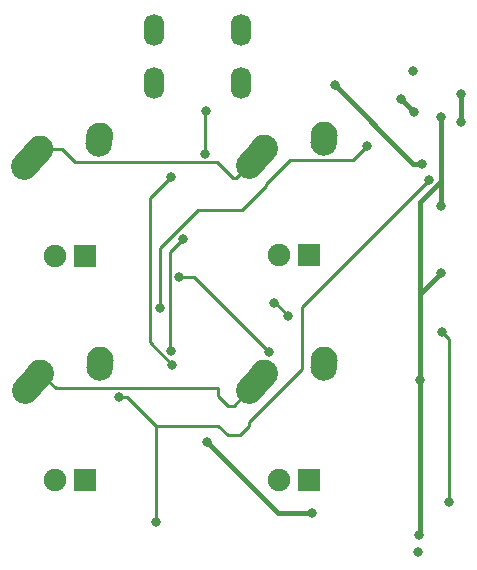
<source format=gbr>
G04 #@! TF.GenerationSoftware,KiCad,Pcbnew,7.0.1*
G04 #@! TF.CreationDate,2023-04-11T18:09:49-04:00*
G04 #@! TF.ProjectId,pikas-pcbs,70696b61-732d-4706-9362-732e6b696361,rev?*
G04 #@! TF.SameCoordinates,Original*
G04 #@! TF.FileFunction,Copper,L1,Top*
G04 #@! TF.FilePolarity,Positive*
%FSLAX46Y46*%
G04 Gerber Fmt 4.6, Leading zero omitted, Abs format (unit mm)*
G04 Created by KiCad (PCBNEW 7.0.1) date 2023-04-11 18:09:49*
%MOMM*%
%LPD*%
G01*
G04 APERTURE LIST*
G04 Aperture macros list*
%AMHorizOval*
0 Thick line with rounded ends*
0 $1 width*
0 $2 $3 position (X,Y) of the first rounded end (center of the circle)*
0 $4 $5 position (X,Y) of the second rounded end (center of the circle)*
0 Add line between two ends*
20,1,$1,$2,$3,$4,$5,0*
0 Add two circle primitives to create the rounded ends*
1,1,$1,$2,$3*
1,1,$1,$4,$5*%
G04 Aperture macros list end*
G04 #@! TA.AperFunction,ComponentPad*
%ADD10HorizOval,2.250000X0.655001X0.730000X-0.655001X-0.730000X0*%
G04 #@! TD*
G04 #@! TA.AperFunction,ComponentPad*
%ADD11C,2.250000*%
G04 #@! TD*
G04 #@! TA.AperFunction,ComponentPad*
%ADD12HorizOval,2.250000X0.020000X0.290000X-0.020000X-0.290000X0*%
G04 #@! TD*
G04 #@! TA.AperFunction,ComponentPad*
%ADD13C,1.905000*%
G04 #@! TD*
G04 #@! TA.AperFunction,ComponentPad*
%ADD14R,1.905000X1.905000*%
G04 #@! TD*
G04 #@! TA.AperFunction,ComponentPad*
%ADD15HorizOval,2.250000X0.655001X0.730000X-0.655001X-0.730000X0*%
G04 #@! TD*
G04 #@! TA.AperFunction,ComponentPad*
%ADD16O,1.700000X2.700000*%
G04 #@! TD*
G04 #@! TA.AperFunction,ViaPad*
%ADD17C,0.800000*%
G04 #@! TD*
G04 #@! TA.AperFunction,Conductor*
%ADD18C,0.254000*%
G04 #@! TD*
G04 #@! TA.AperFunction,Conductor*
%ADD19C,0.381000*%
G04 #@! TD*
G04 APERTURE END LIST*
D10*
X102636001Y-50451000D03*
D11*
X103291000Y-49721000D03*
D12*
X108311000Y-48931000D03*
D11*
X108331000Y-48641000D03*
D13*
X104521000Y-58801000D03*
D14*
X107061000Y-58801000D03*
D15*
X83673001Y-69501000D03*
D11*
X84328000Y-68771000D03*
D12*
X89348000Y-67981000D03*
D11*
X89368000Y-67691000D03*
D13*
X85558000Y-77851000D03*
D14*
X88098000Y-77851000D03*
D10*
X102636001Y-69501000D03*
D11*
X103291000Y-68771000D03*
D12*
X108311000Y-67981000D03*
D11*
X108331000Y-67691000D03*
D13*
X104521000Y-77851000D03*
D14*
X107061000Y-77851000D03*
D10*
X83661002Y-50526001D03*
D11*
X84316001Y-49796001D03*
D12*
X89336001Y-49006001D03*
D11*
X89356001Y-48716001D03*
D13*
X85546001Y-58876001D03*
D14*
X88086001Y-58876001D03*
D16*
X93981250Y-44187500D03*
X101281250Y-44187500D03*
X93981250Y-39687500D03*
X101281250Y-39687500D03*
D17*
X118903750Y-79692500D03*
X109272635Y-44397635D03*
X114862500Y-45581250D03*
X115947500Y-46675000D03*
X116363750Y-82471500D03*
X118268750Y-60325000D03*
X118268750Y-54625000D03*
X118268750Y-47081250D03*
X116518750Y-69331250D03*
X119987500Y-47518750D03*
X119956250Y-45175000D03*
X115862500Y-43175000D03*
X116643750Y-51050000D03*
X111987500Y-49550000D03*
X94463250Y-63293000D03*
X95366764Y-66901836D03*
X98268750Y-50198500D03*
X98330750Y-46548128D03*
X96427924Y-57437452D03*
X95487500Y-68050000D03*
X95393750Y-52143750D03*
X117206250Y-52456250D03*
X105302249Y-63895999D03*
X104103750Y-62841269D03*
X118300000Y-65300000D03*
X116268750Y-83893750D03*
X96043750Y-60642500D03*
X103663750Y-66992500D03*
X94143750Y-81393750D03*
X90963750Y-70802500D03*
X107346750Y-80645000D03*
X98428366Y-74612500D03*
D18*
X118903750Y-65903750D02*
X118300000Y-65300000D01*
X118903750Y-79692500D02*
X118903750Y-65903750D01*
D19*
X109272635Y-44397635D02*
X115925000Y-51050000D01*
X115925000Y-51050000D02*
X116643750Y-51050000D01*
X114862500Y-45590000D02*
X115947500Y-46675000D01*
X114862500Y-45581250D02*
X114862500Y-45590000D01*
X116518750Y-82316500D02*
X116363750Y-82471500D01*
X116518750Y-66550000D02*
X116518750Y-82316500D01*
X116518750Y-66550000D02*
X116518750Y-62737500D01*
X116518750Y-69331250D02*
X116518750Y-66550000D01*
X116518750Y-62737500D02*
X116518750Y-62075000D01*
X116518750Y-62737500D02*
X116518750Y-54261686D01*
X116518750Y-62075000D02*
X118268750Y-60325000D01*
X118268750Y-52511686D02*
X118268750Y-54625000D01*
X118268750Y-52511686D02*
X118268750Y-47081250D01*
X116518750Y-54261686D02*
X118268750Y-52511686D01*
X119956250Y-47487500D02*
X119987500Y-47518750D01*
X119956250Y-45175000D02*
X119956250Y-47487500D01*
X116737500Y-50956250D02*
X116643750Y-51050000D01*
D18*
X110826561Y-50710939D02*
X111987500Y-49550000D01*
X105448102Y-50710939D02*
X110826561Y-50710939D01*
X103420100Y-52738941D02*
X105448102Y-50710939D01*
X103420100Y-52925000D02*
X103420100Y-52738941D01*
X97688405Y-54973000D02*
X101372100Y-54973000D01*
X101372100Y-54973000D02*
X103420100Y-52925000D01*
X94463250Y-58198155D02*
X97688405Y-54973000D01*
X94463250Y-63293000D02*
X94463250Y-58198155D01*
X95316750Y-66851822D02*
X95366764Y-66901836D01*
X95316750Y-58548626D02*
X95316750Y-66851822D01*
X96427924Y-57437452D02*
X95316750Y-58548626D01*
X98330750Y-46548128D02*
X98268750Y-46610128D01*
X98268750Y-46610128D02*
X98268750Y-50198500D01*
X93612500Y-66175000D02*
X95487500Y-68050000D01*
X95393750Y-52143750D02*
X93612500Y-53925000D01*
X93612500Y-53925000D02*
X93612500Y-66175000D01*
X99405560Y-73236155D02*
X94143750Y-73236155D01*
X101229595Y-74023000D02*
X100192405Y-74023000D01*
X100192405Y-74023000D02*
X99405560Y-73236155D01*
X101963000Y-73289595D02*
X101229595Y-74023000D01*
X101963000Y-72949500D02*
X101963000Y-73289595D01*
X106518750Y-68393750D02*
X101963000Y-72949500D01*
X106518750Y-63143750D02*
X106518750Y-68393750D01*
X117206250Y-52456250D02*
X106518750Y-63143750D01*
X104247519Y-62841269D02*
X105302249Y-63895999D01*
X104103750Y-62841269D02*
X104247519Y-62841269D01*
X100893250Y-52268750D02*
X101981000Y-51181000D01*
X100675000Y-52268750D02*
X100893250Y-52268750D01*
X87297959Y-50925000D02*
X99331250Y-50925000D01*
X99331250Y-50925000D02*
X100675000Y-52268750D01*
X86168960Y-49796001D02*
X87297959Y-50925000D01*
X84316001Y-49796001D02*
X86168960Y-49796001D01*
X101981000Y-70081000D02*
X103291000Y-68771000D01*
X101981000Y-70231000D02*
X101981000Y-70081000D01*
X100693000Y-71519000D02*
X101981000Y-70231000D01*
X100192405Y-71519000D02*
X100693000Y-71519000D01*
X99387750Y-70714345D02*
X100192405Y-71519000D01*
X99387750Y-70075500D02*
X99387750Y-70714345D01*
X85632500Y-70075500D02*
X99387750Y-70075500D01*
X84328000Y-68771000D02*
X85632500Y-70075500D01*
X83018000Y-70081000D02*
X84328000Y-68771000D01*
X83018000Y-70231000D02*
X83018000Y-70081000D01*
X97313750Y-60642500D02*
X96043750Y-60642500D01*
X103663750Y-66992500D02*
X97313750Y-60642500D01*
X94143750Y-74364250D02*
X94143750Y-81393750D01*
X94143750Y-73236155D02*
X94143750Y-74364250D01*
X91710095Y-70802500D02*
X94143750Y-73236155D01*
X90963750Y-70802500D02*
X91710095Y-70802500D01*
D19*
X104460866Y-80645000D02*
X107346750Y-80645000D01*
X98428366Y-74612500D02*
X104460866Y-80645000D01*
M02*

</source>
